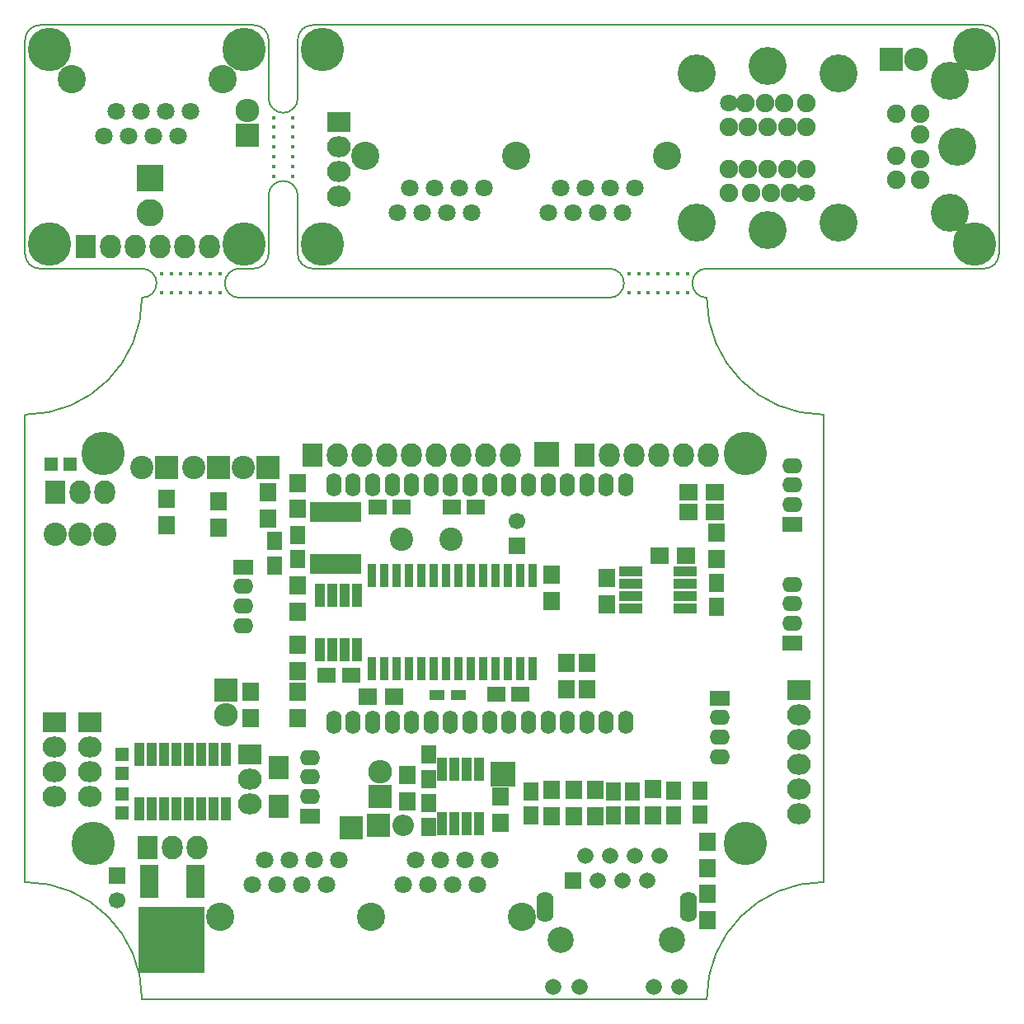
<source format=gts>
G04 #@! TF.FileFunction,Soldermask,Top*
%FSLAX46Y46*%
G04 Gerber Fmt 4.6, Leading zero omitted, Abs format (unit mm)*
G04 Created by KiCad (PCBNEW 4.0.2+dfsg1-stable) date Di 21 Feb 2017 01:47:22 CET*
%MOMM*%
G01*
G04 APERTURE LIST*
%ADD10C,0.100000*%
%ADD11C,0.150000*%
%ADD12C,1.800000*%
%ADD13C,2.900000*%
%ADD14C,4.464000*%
%ADD15R,1.900000X1.650000*%
%ADD16R,1.650000X1.900000*%
%ADD17R,1.700000X1.700000*%
%ADD18C,1.700000*%
%ADD19R,2.400000X2.400000*%
%ADD20C,2.400000*%
%ADD21R,2.127200X2.432000*%
%ADD22O,2.127200X2.432000*%
%ADD23R,2.635200X2.635200*%
%ADD24R,2.432000X2.432000*%
%ADD25O,2.432000X2.432000*%
%ADD26R,2.432000X2.127200*%
%ADD27O,2.432000X2.127200*%
%ADD28R,1.700000X1.900000*%
%ADD29R,1.900000X1.700000*%
%ADD30O,1.600000X2.400000*%
%ADD31R,2.398980X0.999440*%
%ADD32R,0.951180X2.400000*%
%ADD33R,1.670000X1.670000*%
%ADD34C,1.670000*%
%ADD35C,2.686000*%
%ADD36O,1.771600X3.143200*%
%ADD37R,0.999440X2.398980*%
%ADD38C,2.398980*%
%ADD39C,0.400000*%
%ADD40R,1.400000X1.400000*%
%ADD41R,2.100000X2.400000*%
%ADD42R,1.900000X3.400000*%
%ADD43R,6.900000X6.900000*%
%ADD44R,2.099260X1.598880*%
%ADD45O,2.099260X1.598880*%
%ADD46C,2.800000*%
%ADD47R,2.800000X2.800000*%
%ADD48C,1.900000*%
%ADD49C,3.900000*%
%ADD50R,0.806400X2.051000*%
%ADD51R,1.600000X0.999440*%
%ADD52O,2.200000X2.200000*%
G04 APERTURE END LIST*
D10*
D11*
X129500000Y-71000000D02*
X160000000Y-71000000D01*
X122000000Y-71000000D02*
X123500000Y-71000000D01*
X198500000Y-46000000D02*
X129500000Y-46000000D01*
X123500000Y-46000000D02*
X101500000Y-46000000D01*
X170000000Y-71000000D02*
X198500000Y-71000000D01*
X122000000Y-74000000D02*
X160000000Y-74000000D01*
X160000000Y-74000000D02*
G75*
G03X161500000Y-72500000I0J1500000D01*
G01*
X161500000Y-72500000D02*
G75*
G03X160000000Y-71000000I-1500000J0D01*
G01*
X170000000Y-71000000D02*
G75*
G03X168500000Y-72500000I0J-1500000D01*
G01*
X168500000Y-72500000D02*
G75*
G03X170000000Y-74000000I1500000J0D01*
G01*
X128000000Y-47500000D02*
X128000000Y-53500000D01*
X128000000Y-63500000D02*
X128000000Y-69500000D01*
X125000000Y-63500000D02*
X125000000Y-69500000D01*
X125000000Y-47500000D02*
X125000000Y-53500000D01*
X126500000Y-55000000D02*
G75*
G03X128000000Y-53500000I0J1500000D01*
G01*
X125000000Y-53500000D02*
G75*
G03X126500000Y-55000000I1500000J0D01*
G01*
X128000000Y-63500000D02*
G75*
G03X126500000Y-62000000I-1500000J0D01*
G01*
X126500000Y-62000000D02*
G75*
G03X125000000Y-63500000I0J-1500000D01*
G01*
X129500000Y-46000000D02*
G75*
G03X128000000Y-47500000I0J-1500000D01*
G01*
X128000000Y-69500000D02*
G75*
G03X129500000Y-71000000I1500000J0D01*
G01*
X125000000Y-47500000D02*
G75*
G03X123500000Y-46000000I-1500000J0D01*
G01*
X123500000Y-71000000D02*
G75*
G03X125000000Y-69500000I0J1500000D01*
G01*
X112000000Y-71000000D02*
X101500000Y-71000000D01*
X120500000Y-72500000D02*
G75*
G03X122000000Y-74000000I1500000J0D01*
G01*
X122000000Y-71000000D02*
G75*
G03X120500000Y-72500000I0J-1500000D01*
G01*
X112000000Y-74000000D02*
G75*
G03X113500000Y-72500000I0J1500000D01*
G01*
X113500000Y-72500000D02*
G75*
G03X112000000Y-71000000I-1500000J0D01*
G01*
X200000000Y-69500000D02*
X200000000Y-47500000D01*
X100000000Y-47500000D02*
X100000000Y-69500000D01*
X198500000Y-71000000D02*
G75*
G03X200000000Y-69500000I0J1500000D01*
G01*
X200000000Y-47500000D02*
G75*
G03X198500000Y-46000000I-1500000J0D01*
G01*
X101500000Y-46000000D02*
G75*
G03X100000000Y-47500000I0J-1500000D01*
G01*
X100000000Y-69500000D02*
G75*
G03X101500000Y-71000000I1500000J0D01*
G01*
X112000000Y-146000000D02*
G75*
G03X100000000Y-134000000I-12000000J0D01*
G01*
X100000000Y-86000000D02*
X100000000Y-134000000D01*
X182000000Y-86000000D02*
X182000000Y-134000000D01*
X112000000Y-146000000D02*
X170000000Y-146000000D01*
X170000000Y-74000000D02*
G75*
G03X182000000Y-86000000I12000000J0D01*
G01*
X100000000Y-86000000D02*
G75*
G03X112000000Y-74000000I0J12000000D01*
G01*
X182000000Y-134000000D02*
G75*
G03X170000000Y-146000000I0J-12000000D01*
G01*
D12*
X141351000Y-134312500D03*
X138811000Y-134312500D03*
X140081000Y-131772500D03*
X142621000Y-131772500D03*
X143891000Y-134312500D03*
X145161000Y-131772500D03*
X146431000Y-134312500D03*
X147701000Y-131772500D03*
D13*
X151006000Y-137602500D03*
D14*
X130500000Y-68500000D03*
X130500000Y-48500000D03*
X122500000Y-68500000D03*
X122500000Y-48500000D03*
X197500000Y-68500000D03*
X197500000Y-48500000D03*
X102500000Y-48500000D03*
X102500000Y-68500000D03*
X107000000Y-130000000D03*
X174000000Y-130000000D03*
X174000000Y-90000000D03*
X108000000Y-90000000D03*
D15*
X150856000Y-114681000D03*
X148356000Y-114681000D03*
D16*
X141450000Y-128350000D03*
X141450000Y-125850000D03*
D15*
X138664000Y-95504000D03*
X136164000Y-95504000D03*
X143784000Y-95504000D03*
X146284000Y-95504000D03*
D17*
X150495000Y-99441000D03*
D18*
X150495000Y-96941000D03*
D15*
X130957000Y-112776000D03*
X133457000Y-112776000D03*
D16*
X169291000Y-124607000D03*
X169291000Y-127107000D03*
X171000000Y-105750000D03*
X171000000Y-103250000D03*
X141450000Y-123400000D03*
X141450000Y-120900000D03*
X166598600Y-127132400D03*
X166598600Y-124632400D03*
X162331400Y-127183200D03*
X162331400Y-124683200D03*
X160401000Y-124683200D03*
X160401000Y-127183200D03*
X151942800Y-124683200D03*
X151942800Y-127183200D03*
D19*
X114554000Y-91440000D03*
D20*
X112014000Y-91440000D03*
D19*
X119888000Y-91440000D03*
D20*
X117348000Y-91440000D03*
D19*
X124968000Y-91440000D03*
D20*
X122428000Y-91440000D03*
D12*
X125857000Y-134312500D03*
X123317000Y-134312500D03*
X124587000Y-131772500D03*
X127127000Y-131772500D03*
X128397000Y-134312500D03*
X129667000Y-131772500D03*
X130937000Y-134312500D03*
X132207000Y-131772500D03*
D13*
X120012000Y-137602500D03*
X135512000Y-137602500D03*
D21*
X157480000Y-90170000D03*
D22*
X160020000Y-90170000D03*
X162560000Y-90170000D03*
X165100000Y-90170000D03*
X167640000Y-90170000D03*
X170180000Y-90170000D03*
D21*
X129540000Y-90170000D03*
D22*
X132080000Y-90170000D03*
X134620000Y-90170000D03*
X137160000Y-90170000D03*
X139700000Y-90170000D03*
X142240000Y-90170000D03*
X144780000Y-90170000D03*
X147320000Y-90170000D03*
X149860000Y-90170000D03*
D23*
X149047200Y-122936000D03*
D24*
X136448800Y-125222000D03*
D25*
X136448800Y-122682000D03*
D26*
X179451000Y-114300000D03*
D27*
X179451000Y-116840000D03*
X179451000Y-119380000D03*
X179451000Y-121920000D03*
X179451000Y-124460000D03*
X179451000Y-127000000D03*
D24*
X120650000Y-114300000D03*
D25*
X120650000Y-116840000D03*
D26*
X123063000Y-120904000D03*
D27*
X123063000Y-123444000D03*
X123063000Y-125984000D03*
D28*
X114554000Y-94662000D03*
X114554000Y-97362000D03*
X119888000Y-94916000D03*
X119888000Y-97616000D03*
X154051000Y-102409000D03*
X154051000Y-105109000D03*
X124950000Y-94000000D03*
X124950000Y-96700000D03*
X128016000Y-117174000D03*
X128016000Y-114474000D03*
D29*
X165150000Y-100500000D03*
X167850000Y-100500000D03*
D28*
X171000000Y-100850000D03*
X171000000Y-98150000D03*
X139242800Y-125708400D03*
X139242800Y-123008400D03*
X148800000Y-127950000D03*
X148800000Y-125250000D03*
X170053000Y-135175000D03*
X170053000Y-137875000D03*
D29*
X170850000Y-96000000D03*
X168150000Y-96000000D03*
X168150000Y-94000000D03*
X170850000Y-94000000D03*
D28*
X170053000Y-129841000D03*
X170053000Y-132541000D03*
X154051000Y-124507000D03*
X154051000Y-127207000D03*
X156337000Y-124507000D03*
X156337000Y-127207000D03*
X158521400Y-124532400D03*
X158521400Y-127232400D03*
X164465000Y-124481600D03*
X164465000Y-127181600D03*
X123190000Y-114474000D03*
X123190000Y-117174000D03*
D30*
X161685000Y-117610000D03*
X161685000Y-93210000D03*
X159685000Y-117610000D03*
X159685000Y-93210000D03*
X157685000Y-117610000D03*
X157685000Y-93210000D03*
X155685000Y-117610000D03*
X155685000Y-93210000D03*
X153685000Y-117610000D03*
X153685000Y-93210000D03*
X151685000Y-117610000D03*
X151685000Y-93210000D03*
X149685000Y-117610000D03*
X149685000Y-93210000D03*
X147685000Y-117610000D03*
X147685000Y-93210000D03*
X145685000Y-117610000D03*
X145685000Y-93210000D03*
X143685000Y-117610000D03*
X143685000Y-93210000D03*
X141685000Y-117610000D03*
X141685000Y-93210000D03*
X139685000Y-117610000D03*
X139685000Y-93210000D03*
X137685000Y-117610000D03*
X137685000Y-93210000D03*
X135685000Y-117610000D03*
X135685000Y-93210000D03*
X133685000Y-117610000D03*
X133685000Y-93210000D03*
X131685000Y-117610000D03*
X131685000Y-93210000D03*
D31*
X162206000Y-102095000D03*
X162206000Y-103365000D03*
X162206000Y-104635000D03*
X162206000Y-105905000D03*
X167794000Y-105905000D03*
X167794000Y-104635000D03*
X167794000Y-103365000D03*
X167794000Y-102095000D03*
D32*
X152146000Y-102504240D03*
X150876000Y-102504240D03*
X149606000Y-102504240D03*
X148336000Y-102504240D03*
X147066000Y-102504240D03*
X145796000Y-102504240D03*
X144526000Y-102504240D03*
X143256000Y-102504240D03*
X141986000Y-102504240D03*
X140716000Y-102504240D03*
X139446000Y-102504240D03*
X138176000Y-102504240D03*
X136906000Y-102504240D03*
X135636000Y-102504240D03*
X135636000Y-112125760D03*
X136906000Y-112125760D03*
X138176000Y-112125760D03*
X139446000Y-112125760D03*
X140716000Y-112125760D03*
X141986000Y-112125760D03*
X143256000Y-112125760D03*
X144526000Y-112125760D03*
X145796000Y-112125760D03*
X147066000Y-112125760D03*
X148336000Y-112125760D03*
X149606000Y-112125760D03*
X150876000Y-112125760D03*
X152146000Y-112125760D03*
D33*
X156273500Y-133858000D03*
D34*
X157543500Y-131318000D03*
X158813500Y-133858000D03*
X160083500Y-131318000D03*
X161353500Y-133858000D03*
X162623500Y-131318000D03*
X163893500Y-133858000D03*
X165163500Y-131318000D03*
X154241500Y-144780000D03*
X156908500Y-144780000D03*
X167195500Y-144780000D03*
X164528500Y-144780000D03*
D35*
X166433500Y-139954000D03*
X155003500Y-139954000D03*
D36*
X153352500Y-136525000D03*
X168084500Y-136525000D03*
D29*
X137850000Y-115000000D03*
X135150000Y-115000000D03*
D28*
X159766000Y-105490000D03*
X159766000Y-102790000D03*
X128000000Y-93000000D03*
X128000000Y-95700000D03*
D21*
X103124000Y-93980000D03*
D22*
X105664000Y-93980000D03*
X108204000Y-93980000D03*
D16*
X128000000Y-100850000D03*
X128000000Y-98350000D03*
X125650000Y-101500000D03*
X125650000Y-99000000D03*
D28*
X128016000Y-106252000D03*
X128016000Y-103552000D03*
X128016000Y-109648000D03*
X128016000Y-112348000D03*
D37*
X134112000Y-104521000D03*
X132842000Y-104521000D03*
X131572000Y-104521000D03*
X130302000Y-104521000D03*
X130302000Y-110109000D03*
X131572000Y-110109000D03*
X132842000Y-110109000D03*
X134112000Y-110109000D03*
X146634200Y-122377200D03*
X145364200Y-122377200D03*
X144094200Y-122377200D03*
X142824200Y-122377200D03*
X142824200Y-127965200D03*
X144094200Y-127965200D03*
X145364200Y-127965200D03*
X146634200Y-127965200D03*
D38*
X138684000Y-98806000D03*
X143764000Y-98806000D03*
D39*
X120000000Y-71500000D03*
X119000000Y-71500000D03*
X118000000Y-71500000D03*
X117000000Y-71500000D03*
X117000000Y-71500000D03*
X117000000Y-71500000D03*
X116000000Y-71500000D03*
X115000000Y-71500000D03*
X114000000Y-71500000D03*
X120000000Y-73500000D03*
X119000000Y-73500000D03*
X118000000Y-73500000D03*
X117000000Y-73500000D03*
X117000000Y-73500000D03*
X117000000Y-73500000D03*
X116000000Y-73500000D03*
X115000000Y-73500000D03*
X114000000Y-73500000D03*
D40*
X109918500Y-122856500D03*
X109918500Y-120856500D03*
X109918500Y-124920500D03*
X109918500Y-126920500D03*
X104632000Y-91059000D03*
X102632000Y-91059000D03*
D19*
X133477000Y-128460500D03*
D41*
X126047500Y-126269500D03*
X126047500Y-122269500D03*
D28*
X155600400Y-114173000D03*
X155600400Y-111473000D03*
X157734000Y-114173000D03*
X157734000Y-111473000D03*
D37*
X111760000Y-126492000D03*
X113030000Y-126492000D03*
X114300000Y-126492000D03*
X115570000Y-126492000D03*
X116840000Y-126492000D03*
X118110000Y-126492000D03*
X119380000Y-126492000D03*
X120650000Y-126492000D03*
X120650000Y-120904000D03*
X119380000Y-120904000D03*
X118110000Y-120904000D03*
X116840000Y-120904000D03*
X115570000Y-120904000D03*
X114300000Y-120904000D03*
X113030000Y-120904000D03*
X111760000Y-120904000D03*
D42*
X117450000Y-133950000D03*
D43*
X115062000Y-139908800D03*
D42*
X112750000Y-133900000D03*
D39*
X168000000Y-71500000D03*
X167000000Y-71500000D03*
X166000000Y-71500000D03*
X165000000Y-71500000D03*
X165000000Y-71500000D03*
X165000000Y-71500000D03*
X164000000Y-71500000D03*
X163000000Y-71500000D03*
X162000000Y-71500000D03*
X168000000Y-73500000D03*
X167000000Y-73500000D03*
X166000000Y-73500000D03*
X165000000Y-73500000D03*
X165000000Y-73500000D03*
X165000000Y-73500000D03*
X164000000Y-73500000D03*
X163000000Y-73500000D03*
X162000000Y-73500000D03*
X125500000Y-55500000D03*
X125500000Y-56500000D03*
X125500000Y-57500000D03*
X125500000Y-58500000D03*
X125500000Y-58500000D03*
X125500000Y-58500000D03*
X125500000Y-59500000D03*
X125500000Y-60500000D03*
X125500000Y-61500000D03*
X127500000Y-55500000D03*
X127500000Y-56500000D03*
X127500000Y-57500000D03*
X127500000Y-58500000D03*
X127500000Y-58500000D03*
X127500000Y-58500000D03*
X127500000Y-59500000D03*
X127500000Y-60500000D03*
X127500000Y-61500000D03*
D44*
X178816000Y-97236280D03*
D45*
X178816000Y-93233240D03*
X178816000Y-95234760D03*
X178816000Y-91234260D03*
D44*
X178816000Y-109428280D03*
D45*
X178816000Y-105425240D03*
X178816000Y-107426760D03*
X178816000Y-103426260D03*
D44*
X129270000Y-127212280D03*
D45*
X129270000Y-123209240D03*
X129270000Y-125210760D03*
X129270000Y-121210260D03*
D44*
X171323000Y-115122960D03*
D45*
X171323000Y-119126000D03*
X171323000Y-117124480D03*
X171323000Y-121124980D03*
D12*
X114405000Y-54840000D03*
X116945000Y-54840000D03*
X115675000Y-57380000D03*
X113135000Y-57380000D03*
X111865000Y-54840000D03*
X110595000Y-57380000D03*
X109325000Y-54840000D03*
X108055000Y-57380000D03*
D13*
X120250000Y-51550000D03*
X104750000Y-51550000D03*
D12*
X144605000Y-62740000D03*
X147145000Y-62740000D03*
X145875000Y-65280000D03*
X143335000Y-65280000D03*
X142065000Y-62740000D03*
X140795000Y-65280000D03*
X139525000Y-62740000D03*
X138255000Y-65280000D03*
D13*
X150450000Y-59450000D03*
X134950000Y-59450000D03*
D12*
X160105000Y-62740000D03*
X162645000Y-62740000D03*
X161375000Y-65280000D03*
X158835000Y-65280000D03*
X157565000Y-62740000D03*
X156295000Y-65280000D03*
X155025000Y-62740000D03*
X153755000Y-65280000D03*
D13*
X165950000Y-59450000D03*
X150450000Y-59450000D03*
D46*
X112800000Y-65250000D03*
D47*
X112800000Y-61750000D03*
D21*
X106250000Y-68750000D03*
D22*
X108790000Y-68750000D03*
X111330000Y-68750000D03*
X113870000Y-68750000D03*
X116410000Y-68750000D03*
X118950000Y-68750000D03*
D26*
X102997000Y-117602000D03*
D27*
X102997000Y-120142000D03*
X102997000Y-122682000D03*
X102997000Y-125222000D03*
D26*
X106680000Y-117602000D03*
D27*
X106680000Y-120142000D03*
X106680000Y-122682000D03*
X106680000Y-125222000D03*
D17*
X109410500Y-133350000D03*
D18*
X109410500Y-135850000D03*
D20*
X103124000Y-98298000D03*
X105664000Y-98298000D03*
X108204000Y-98298000D03*
D21*
X112610000Y-130450000D03*
D22*
X115150000Y-130450000D03*
X117690000Y-130450000D03*
D48*
X178550000Y-63250000D03*
X176550000Y-63250000D03*
X174550000Y-63250000D03*
D12*
X180200000Y-63250000D03*
D48*
X178250000Y-60750000D03*
X176250000Y-60750000D03*
X172300000Y-63250000D03*
X180200000Y-60750000D03*
X174250000Y-60750000D03*
X172300000Y-60750000D03*
D49*
X169000000Y-66250000D03*
X176250000Y-67050000D03*
X183500000Y-66250000D03*
D48*
X173950000Y-54000000D03*
X175950000Y-54000000D03*
X177950000Y-54000000D03*
D12*
X172300000Y-54000000D03*
D48*
X174250000Y-56500000D03*
X176250000Y-56500000D03*
X180200000Y-54000000D03*
X172300000Y-56500000D03*
X178250000Y-56500000D03*
X180200000Y-56500000D03*
D49*
X183500000Y-51000000D03*
X176250000Y-50200000D03*
X169000000Y-51000000D03*
D48*
X191950000Y-57200000D03*
X191950000Y-59800000D03*
X191950000Y-55100000D03*
X191950000Y-61900000D03*
X189450000Y-55100000D03*
X189450000Y-59400000D03*
X189450000Y-61900000D03*
D49*
X194950000Y-65250000D03*
X195750000Y-58500000D03*
X194950000Y-51750000D03*
D26*
X132207000Y-55930800D03*
D27*
X132207000Y-58470800D03*
X132207000Y-61010800D03*
X132207000Y-63550800D03*
D24*
X122809000Y-57277000D03*
D25*
X122809000Y-54737000D03*
D24*
X188976000Y-49530000D03*
D25*
X191516000Y-49530000D03*
D44*
X122428000Y-101645720D03*
D45*
X122428000Y-105648760D03*
X122428000Y-103647240D03*
X122428000Y-107647740D03*
D23*
X153543000Y-90043000D03*
D50*
X131582500Y-101367000D03*
X132217500Y-101367000D03*
X132852500Y-101367000D03*
X133487500Y-101367000D03*
X129677500Y-96033000D03*
X129677500Y-101367000D03*
X130312500Y-101367000D03*
X130947500Y-101367000D03*
X134122500Y-96033000D03*
X133487500Y-96033000D03*
X132852500Y-96033000D03*
X132217500Y-96033000D03*
X131582500Y-96033000D03*
X130947500Y-96033000D03*
X134122500Y-101367000D03*
X130312500Y-96033000D03*
D51*
X144482820Y-114808000D03*
X142283180Y-114808000D03*
D24*
X136300000Y-128150000D03*
D52*
X138840000Y-128150000D03*
M02*

</source>
